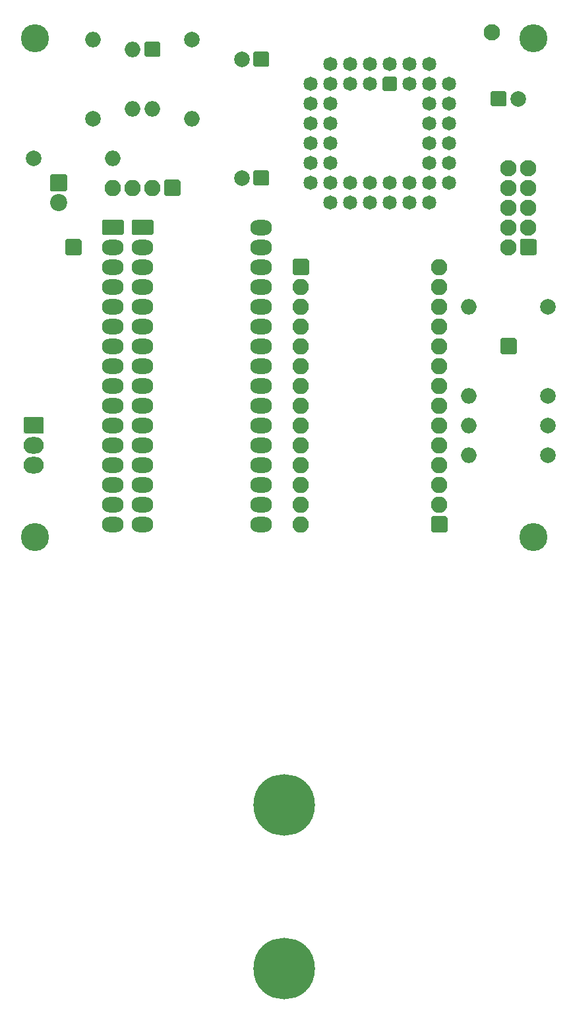
<source format=gbr>
G04 #@! TF.GenerationSoftware,KiCad,Pcbnew,(5.1.7)-1*
G04 #@! TF.CreationDate,2022-08-23T14:15:26-03:00*
G04 #@! TF.ProjectId,Squareboi2,53717561-7265-4626-9f69-322e6b696361,1*
G04 #@! TF.SameCoordinates,Original*
G04 #@! TF.FileFunction,Soldermask,Bot*
G04 #@! TF.FilePolarity,Negative*
%FSLAX46Y46*%
G04 Gerber Fmt 4.6, Leading zero omitted, Abs format (unit mm)*
G04 Created by KiCad (PCBNEW (5.1.7)-1) date 2022-08-23 14:15:26*
%MOMM*%
%LPD*%
G01*
G04 APERTURE LIST*
%ADD10C,7.900000*%
%ADD11O,2.590000X2.140000*%
%ADD12C,2.200000*%
%ADD13O,2.000000X2.000000*%
%ADD14C,2.000000*%
%ADD15C,2.100000*%
%ADD16O,2.100000X2.100000*%
%ADD17O,2.800000X2.000000*%
%ADD18C,1.822400*%
%ADD19C,3.600000*%
%ADD20C,0.100000*%
G04 APERTURE END LIST*
G36*
G01*
X82770000Y-64350000D02*
X82770000Y-62650000D01*
G75*
G02*
X82970000Y-62450000I200000J0D01*
G01*
X84670000Y-62450000D01*
G75*
G02*
X84870000Y-62650000I0J-200000D01*
G01*
X84870000Y-64350000D01*
G75*
G02*
X84670000Y-64550000I-200000J0D01*
G01*
X82970000Y-64550000D01*
G75*
G02*
X82770000Y-64350000I0J200000D01*
G01*
G37*
D10*
X55000000Y-143400000D03*
X55000000Y-122400000D03*
D11*
X22860000Y-78740000D03*
X22860000Y-76200000D03*
G36*
G01*
X21872470Y-72590000D02*
X23847530Y-72590000D01*
G75*
G02*
X24155000Y-72897470I0J-307470D01*
G01*
X24155000Y-74422530D01*
G75*
G02*
X23847530Y-74730000I-307470J0D01*
G01*
X21872470Y-74730000D01*
G75*
G02*
X21565000Y-74422530I0J307470D01*
G01*
X21565000Y-72897470D01*
G75*
G02*
X21872470Y-72590000I307470J0D01*
G01*
G37*
D12*
X26035000Y-45085000D03*
G36*
G01*
X25135000Y-41445000D02*
X26935000Y-41445000D01*
G75*
G02*
X27135000Y-41645000I0J-200000D01*
G01*
X27135000Y-43445000D01*
G75*
G02*
X26935000Y-43645000I-200000J0D01*
G01*
X25135000Y-43645000D01*
G75*
G02*
X24935000Y-43445000I0J200000D01*
G01*
X24935000Y-41645000D01*
G75*
G02*
X25135000Y-41445000I200000J0D01*
G01*
G37*
D13*
X33020000Y-39370000D03*
D14*
X22860000Y-39370000D03*
D13*
X78740000Y-77470000D03*
D14*
X88900000Y-77470000D03*
D13*
X78740000Y-73660000D03*
D14*
X88900000Y-73660000D03*
D13*
X78740000Y-69850000D03*
D14*
X88900000Y-69850000D03*
D13*
X78740000Y-58420000D03*
D14*
X88900000Y-58420000D03*
D13*
X30480000Y-24130000D03*
D14*
X30480000Y-34290000D03*
D13*
X43180000Y-34290000D03*
D14*
X43180000Y-24130000D03*
D13*
X38100000Y-33020000D03*
X35560000Y-25400000D03*
X35560000Y-33020000D03*
G36*
G01*
X37300000Y-24400000D02*
X38900000Y-24400000D01*
G75*
G02*
X39100000Y-24600000I0J-200000D01*
G01*
X39100000Y-26200000D01*
G75*
G02*
X38900000Y-26400000I-200000J0D01*
G01*
X37300000Y-26400000D01*
G75*
G02*
X37100000Y-26200000I0J200000D01*
G01*
X37100000Y-24600000D01*
G75*
G02*
X37300000Y-24400000I200000J0D01*
G01*
G37*
D15*
X83820000Y-40640000D03*
X83820000Y-43180000D03*
X83820000Y-45720000D03*
X83820000Y-48260000D03*
X83820000Y-50800000D03*
X86360000Y-40640000D03*
X86360000Y-43180000D03*
X86360000Y-45720000D03*
X86360000Y-48260000D03*
G36*
G01*
X87410000Y-50058823D02*
X87410000Y-51541177D01*
G75*
G02*
X87101177Y-51850000I-308823J0D01*
G01*
X85618823Y-51850000D01*
G75*
G02*
X85310000Y-51541177I0J308823D01*
G01*
X85310000Y-50058823D01*
G75*
G02*
X85618823Y-49750000I308823J0D01*
G01*
X87101177Y-49750000D01*
G75*
G02*
X87410000Y-50058823I0J-308823D01*
G01*
G37*
D16*
X74930000Y-53340000D03*
X74930000Y-55880000D03*
X74930000Y-58420000D03*
X74930000Y-60960000D03*
X74930000Y-63500000D03*
X74930000Y-66040000D03*
X74930000Y-68580000D03*
X74930000Y-71120000D03*
X74930000Y-73660000D03*
X74930000Y-76200000D03*
X74930000Y-78740000D03*
X74930000Y-81280000D03*
X74930000Y-83820000D03*
G36*
G01*
X75980000Y-85510000D02*
X75980000Y-87210000D01*
G75*
G02*
X75780000Y-87410000I-200000J0D01*
G01*
X74080000Y-87410000D01*
G75*
G02*
X73880000Y-87210000I0J200000D01*
G01*
X73880000Y-85510000D01*
G75*
G02*
X74080000Y-85310000I200000J0D01*
G01*
X75780000Y-85310000D01*
G75*
G02*
X75980000Y-85510000I0J-200000D01*
G01*
G37*
X57150000Y-86360000D03*
X57150000Y-83820000D03*
X57150000Y-81280000D03*
X57150000Y-78740000D03*
X57150000Y-76200000D03*
X57150000Y-73660000D03*
X57150000Y-71120000D03*
X57150000Y-68580000D03*
X57150000Y-66040000D03*
X57150000Y-63500000D03*
X57150000Y-60960000D03*
X57150000Y-58420000D03*
X57150000Y-55880000D03*
G36*
G01*
X56100000Y-54190000D02*
X56100000Y-52490000D01*
G75*
G02*
X56300000Y-52290000I200000J0D01*
G01*
X58000000Y-52290000D01*
G75*
G02*
X58200000Y-52490000I0J-200000D01*
G01*
X58200000Y-54190000D01*
G75*
G02*
X58000000Y-54390000I-200000J0D01*
G01*
X56300000Y-54390000D01*
G75*
G02*
X56100000Y-54190000I0J200000D01*
G01*
G37*
X33020000Y-43180000D03*
X35560000Y-43180000D03*
X38100000Y-43180000D03*
G36*
G01*
X39790000Y-42130000D02*
X41490000Y-42130000D01*
G75*
G02*
X41690000Y-42330000I0J-200000D01*
G01*
X41690000Y-44030000D01*
G75*
G02*
X41490000Y-44230000I-200000J0D01*
G01*
X39790000Y-44230000D01*
G75*
G02*
X39590000Y-44030000I0J200000D01*
G01*
X39590000Y-42330000D01*
G75*
G02*
X39790000Y-42130000I200000J0D01*
G01*
G37*
D17*
X33020000Y-86360000D03*
X33020000Y-83820000D03*
X33020000Y-81280000D03*
X33020000Y-78740000D03*
X33020000Y-76200000D03*
X33020000Y-73660000D03*
X33020000Y-71120000D03*
X33020000Y-68580000D03*
X33020000Y-66040000D03*
X33020000Y-63500000D03*
X33020000Y-60960000D03*
X33020000Y-58420000D03*
X33020000Y-55880000D03*
X33020000Y-53340000D03*
X33020000Y-50800000D03*
G36*
G01*
X31620000Y-49060000D02*
X31620000Y-47460000D01*
G75*
G02*
X31820000Y-47260000I200000J0D01*
G01*
X34220000Y-47260000D01*
G75*
G02*
X34420000Y-47460000I0J-200000D01*
G01*
X34420000Y-49060000D01*
G75*
G02*
X34220000Y-49260000I-200000J0D01*
G01*
X31820000Y-49260000D01*
G75*
G02*
X31620000Y-49060000I0J200000D01*
G01*
G37*
G36*
G01*
X26890000Y-51650000D02*
X26890000Y-49950000D01*
G75*
G02*
X27090000Y-49750000I200000J0D01*
G01*
X28790000Y-49750000D01*
G75*
G02*
X28990000Y-49950000I0J-200000D01*
G01*
X28990000Y-51650000D01*
G75*
G02*
X28790000Y-51850000I-200000J0D01*
G01*
X27090000Y-51850000D01*
G75*
G02*
X26890000Y-51650000I0J200000D01*
G01*
G37*
D14*
X85050000Y-31750000D03*
G36*
G01*
X81550000Y-32550000D02*
X81550000Y-30950000D01*
G75*
G02*
X81750000Y-30750000I200000J0D01*
G01*
X83350000Y-30750000D01*
G75*
G02*
X83550000Y-30950000I0J-200000D01*
G01*
X83550000Y-32550000D01*
G75*
G02*
X83350000Y-32750000I-200000J0D01*
G01*
X81750000Y-32750000D01*
G75*
G02*
X81550000Y-32550000I0J200000D01*
G01*
G37*
D15*
X81661000Y-23241000D03*
D17*
X52070000Y-48260000D03*
X36830000Y-86360000D03*
X52070000Y-50800000D03*
X36830000Y-83820000D03*
X52070000Y-53340000D03*
X36830000Y-81280000D03*
X52070000Y-55880000D03*
X36830000Y-78740000D03*
X52070000Y-58420000D03*
X36830000Y-76200000D03*
X52070000Y-60960000D03*
X36830000Y-73660000D03*
X52070000Y-63500000D03*
X36830000Y-71120000D03*
X52070000Y-66040000D03*
X36830000Y-68580000D03*
X52070000Y-68580000D03*
X36830000Y-66040000D03*
X52070000Y-71120000D03*
X36830000Y-63500000D03*
X52070000Y-73660000D03*
X36830000Y-60960000D03*
X52070000Y-76200000D03*
X36830000Y-58420000D03*
X52070000Y-78740000D03*
X36830000Y-55880000D03*
X52070000Y-81280000D03*
X36830000Y-53340000D03*
X52070000Y-83820000D03*
X36830000Y-50800000D03*
X52070000Y-86360000D03*
G36*
G01*
X35430000Y-49060000D02*
X35430000Y-47460000D01*
G75*
G02*
X35630000Y-47260000I200000J0D01*
G01*
X38030000Y-47260000D01*
G75*
G02*
X38230000Y-47460000I0J-200000D01*
G01*
X38230000Y-49060000D01*
G75*
G02*
X38030000Y-49260000I-200000J0D01*
G01*
X35630000Y-49260000D01*
G75*
G02*
X35430000Y-49060000I0J200000D01*
G01*
G37*
D18*
X76200000Y-29845000D03*
X76200000Y-32385000D03*
X76200000Y-34925000D03*
X76200000Y-37465000D03*
X76200000Y-40005000D03*
X73660000Y-27305000D03*
X73660000Y-32385000D03*
X73660000Y-34925000D03*
X73660000Y-37465000D03*
X73660000Y-40005000D03*
X73660000Y-42545000D03*
X73660000Y-45085000D03*
X71120000Y-45085000D03*
X68580000Y-45085000D03*
X66040000Y-45085000D03*
X63500000Y-45085000D03*
X60960000Y-45085000D03*
X76200000Y-42545000D03*
X71120000Y-42545000D03*
X68580000Y-42545000D03*
X66040000Y-42545000D03*
X63500000Y-42545000D03*
X60960000Y-42545000D03*
X58420000Y-42545000D03*
X58420000Y-40005000D03*
X58420000Y-37465000D03*
X58420000Y-34925000D03*
X58420000Y-32385000D03*
X58420000Y-29845000D03*
X60960000Y-40005000D03*
X60960000Y-37465000D03*
X60960000Y-34925000D03*
X60960000Y-32385000D03*
X60960000Y-29845000D03*
X71120000Y-27305000D03*
X68580000Y-27305000D03*
X60960000Y-27305000D03*
X63500000Y-27305000D03*
X66040000Y-27305000D03*
X73660000Y-29845000D03*
X71120000Y-29845000D03*
X63500000Y-29845000D03*
X66040000Y-29845000D03*
G36*
G01*
X67668800Y-30556200D02*
X67668800Y-29133800D01*
G75*
G02*
X67868800Y-28933800I200000J0D01*
G01*
X69291200Y-28933800D01*
G75*
G02*
X69491200Y-29133800I0J-200000D01*
G01*
X69491200Y-30556200D01*
G75*
G02*
X69291200Y-30756200I-200000J0D01*
G01*
X67868800Y-30756200D01*
G75*
G02*
X67668800Y-30556200I0J200000D01*
G01*
G37*
D19*
X87000000Y-24000000D03*
X23000000Y-24000000D03*
X23000000Y-88000000D03*
X87000000Y-88000000D03*
D14*
X49570000Y-41910000D03*
G36*
G01*
X53070000Y-41110000D02*
X53070000Y-42710000D01*
G75*
G02*
X52870000Y-42910000I-200000J0D01*
G01*
X51270000Y-42910000D01*
G75*
G02*
X51070000Y-42710000I0J200000D01*
G01*
X51070000Y-41110000D01*
G75*
G02*
X51270000Y-40910000I200000J0D01*
G01*
X52870000Y-40910000D01*
G75*
G02*
X53070000Y-41110000I0J-200000D01*
G01*
G37*
X49570000Y-26670000D03*
G36*
G01*
X53070000Y-25870000D02*
X53070000Y-27470000D01*
G75*
G02*
X52870000Y-27670000I-200000J0D01*
G01*
X51270000Y-27670000D01*
G75*
G02*
X51070000Y-27470000I0J200000D01*
G01*
X51070000Y-25870000D01*
G75*
G02*
X51270000Y-25670000I200000J0D01*
G01*
X52870000Y-25670000D01*
G75*
G02*
X53070000Y-25870000I0J-200000D01*
G01*
G37*
D20*
G36*
X21566990Y-74422334D02*
G01*
X21572878Y-74482119D01*
X21590262Y-74539425D01*
X21618489Y-74592235D01*
X21656477Y-74638523D01*
X21702765Y-74676511D01*
X21755575Y-74704738D01*
X21812881Y-74722122D01*
X21872666Y-74728010D01*
X21874292Y-74729175D01*
X21874096Y-74731165D01*
X21872470Y-74732000D01*
X21789530Y-74732000D01*
X21789334Y-74731990D01*
X21740705Y-74727201D01*
X21740320Y-74727125D01*
X21699468Y-74714732D01*
X21699106Y-74714582D01*
X21661450Y-74694455D01*
X21661124Y-74694237D01*
X21628123Y-74667154D01*
X21627846Y-74666877D01*
X21600763Y-74633876D01*
X21600545Y-74633550D01*
X21580418Y-74595894D01*
X21580268Y-74595532D01*
X21567875Y-74554680D01*
X21567799Y-74554295D01*
X21563010Y-74505666D01*
X21563000Y-74505470D01*
X21563000Y-74422530D01*
X21564000Y-74420798D01*
X21566000Y-74420798D01*
X21566990Y-74422334D01*
G37*
G36*
X24156165Y-74420904D02*
G01*
X24157000Y-74422530D01*
X24157000Y-74505470D01*
X24156990Y-74505666D01*
X24152201Y-74554295D01*
X24152125Y-74554680D01*
X24139732Y-74595532D01*
X24139582Y-74595894D01*
X24119455Y-74633550D01*
X24119237Y-74633876D01*
X24092154Y-74666877D01*
X24091877Y-74667154D01*
X24058876Y-74694237D01*
X24058550Y-74694455D01*
X24020894Y-74714582D01*
X24020532Y-74714732D01*
X23979680Y-74727125D01*
X23979295Y-74727201D01*
X23930666Y-74731990D01*
X23930470Y-74732000D01*
X23847530Y-74732000D01*
X23845798Y-74731000D01*
X23845798Y-74729000D01*
X23847334Y-74728010D01*
X23907119Y-74722122D01*
X23964425Y-74704738D01*
X24017235Y-74676511D01*
X24063523Y-74638523D01*
X24101511Y-74592235D01*
X24129738Y-74539425D01*
X24147122Y-74482119D01*
X24153010Y-74422334D01*
X24154175Y-74420708D01*
X24156165Y-74420904D01*
G37*
G36*
X21874202Y-72589000D02*
G01*
X21874202Y-72591000D01*
X21872666Y-72591990D01*
X21812881Y-72597878D01*
X21755575Y-72615262D01*
X21702765Y-72643489D01*
X21656477Y-72681477D01*
X21618489Y-72727765D01*
X21590262Y-72780575D01*
X21572878Y-72837881D01*
X21566990Y-72897666D01*
X21565825Y-72899292D01*
X21563835Y-72899096D01*
X21563000Y-72897470D01*
X21563000Y-72814530D01*
X21563010Y-72814334D01*
X21567799Y-72765705D01*
X21567875Y-72765320D01*
X21580268Y-72724468D01*
X21580418Y-72724106D01*
X21600545Y-72686450D01*
X21600763Y-72686124D01*
X21627846Y-72653123D01*
X21628123Y-72652846D01*
X21661124Y-72625763D01*
X21661450Y-72625545D01*
X21699106Y-72605418D01*
X21699468Y-72605268D01*
X21740320Y-72592875D01*
X21740705Y-72592799D01*
X21789334Y-72588010D01*
X21789530Y-72588000D01*
X21872470Y-72588000D01*
X21874202Y-72589000D01*
G37*
G36*
X23930666Y-72588010D02*
G01*
X23979295Y-72592799D01*
X23979680Y-72592875D01*
X24020532Y-72605268D01*
X24020894Y-72605418D01*
X24058550Y-72625545D01*
X24058876Y-72625763D01*
X24091877Y-72652846D01*
X24092154Y-72653123D01*
X24119237Y-72686124D01*
X24119455Y-72686450D01*
X24139582Y-72724106D01*
X24139732Y-72724468D01*
X24152125Y-72765320D01*
X24152201Y-72765705D01*
X24156990Y-72814334D01*
X24157000Y-72814530D01*
X24157000Y-72897470D01*
X24156000Y-72899202D01*
X24154000Y-72899202D01*
X24153010Y-72897666D01*
X24147122Y-72837881D01*
X24129738Y-72780575D01*
X24101511Y-72727765D01*
X24063523Y-72681477D01*
X24017235Y-72643489D01*
X23964425Y-72615262D01*
X23907119Y-72597878D01*
X23847334Y-72591990D01*
X23845708Y-72590825D01*
X23845904Y-72588835D01*
X23847530Y-72588000D01*
X23930470Y-72588000D01*
X23930666Y-72588010D01*
G37*
G36*
X85311990Y-51540981D02*
G01*
X85317904Y-51601030D01*
X85335365Y-51658589D01*
X85363717Y-51711634D01*
X85401873Y-51758127D01*
X85448366Y-51796283D01*
X85501411Y-51824635D01*
X85558970Y-51842096D01*
X85619019Y-51848010D01*
X85620645Y-51849175D01*
X85620449Y-51851165D01*
X85618823Y-51852000D01*
X85536726Y-51852000D01*
X85536530Y-51851990D01*
X85487474Y-51847159D01*
X85487089Y-51847083D01*
X85445824Y-51834565D01*
X85445462Y-51834415D01*
X85407430Y-51814086D01*
X85407104Y-51813868D01*
X85373767Y-51786510D01*
X85373490Y-51786233D01*
X85346132Y-51752896D01*
X85345914Y-51752570D01*
X85325585Y-51714538D01*
X85325435Y-51714176D01*
X85312917Y-51672911D01*
X85312841Y-51672526D01*
X85308010Y-51623470D01*
X85308000Y-51623274D01*
X85308000Y-51541177D01*
X85309000Y-51539445D01*
X85311000Y-51539445D01*
X85311990Y-51540981D01*
G37*
G36*
X87411165Y-51539551D02*
G01*
X87412000Y-51541177D01*
X87412000Y-51623274D01*
X87411990Y-51623470D01*
X87407159Y-51672526D01*
X87407083Y-51672911D01*
X87394565Y-51714176D01*
X87394415Y-51714538D01*
X87374086Y-51752570D01*
X87373868Y-51752896D01*
X87346510Y-51786233D01*
X87346233Y-51786510D01*
X87312896Y-51813868D01*
X87312570Y-51814086D01*
X87274538Y-51834415D01*
X87274176Y-51834565D01*
X87232911Y-51847083D01*
X87232526Y-51847159D01*
X87183470Y-51851990D01*
X87183274Y-51852000D01*
X87101177Y-51852000D01*
X87099445Y-51851000D01*
X87099445Y-51849000D01*
X87100981Y-51848010D01*
X87161030Y-51842096D01*
X87218589Y-51824635D01*
X87271634Y-51796283D01*
X87318127Y-51758127D01*
X87356283Y-51711634D01*
X87384635Y-51658589D01*
X87402096Y-51601030D01*
X87408010Y-51540981D01*
X87409175Y-51539355D01*
X87411165Y-51539551D01*
G37*
G36*
X85620555Y-49749000D02*
G01*
X85620555Y-49751000D01*
X85619019Y-49751990D01*
X85558970Y-49757904D01*
X85501411Y-49775365D01*
X85448366Y-49803717D01*
X85401873Y-49841873D01*
X85363717Y-49888366D01*
X85335365Y-49941411D01*
X85317904Y-49998970D01*
X85311990Y-50059019D01*
X85310825Y-50060645D01*
X85308835Y-50060449D01*
X85308000Y-50058823D01*
X85308000Y-49976726D01*
X85308010Y-49976530D01*
X85312841Y-49927474D01*
X85312917Y-49927089D01*
X85325435Y-49885824D01*
X85325585Y-49885462D01*
X85345914Y-49847430D01*
X85346132Y-49847104D01*
X85373490Y-49813767D01*
X85373767Y-49813490D01*
X85407104Y-49786132D01*
X85407430Y-49785914D01*
X85445462Y-49765585D01*
X85445824Y-49765435D01*
X85487089Y-49752917D01*
X85487474Y-49752841D01*
X85536530Y-49748010D01*
X85536726Y-49748000D01*
X85618823Y-49748000D01*
X85620555Y-49749000D01*
G37*
G36*
X87183470Y-49748010D02*
G01*
X87232526Y-49752841D01*
X87232911Y-49752917D01*
X87274176Y-49765435D01*
X87274538Y-49765585D01*
X87312570Y-49785914D01*
X87312896Y-49786132D01*
X87346233Y-49813490D01*
X87346510Y-49813767D01*
X87373868Y-49847104D01*
X87374086Y-49847430D01*
X87394415Y-49885462D01*
X87394565Y-49885824D01*
X87407083Y-49927089D01*
X87407159Y-49927474D01*
X87411990Y-49976530D01*
X87412000Y-49976726D01*
X87412000Y-50058823D01*
X87411000Y-50060555D01*
X87409000Y-50060555D01*
X87408010Y-50059019D01*
X87402096Y-49998970D01*
X87384635Y-49941411D01*
X87356283Y-49888366D01*
X87318127Y-49841873D01*
X87271634Y-49803717D01*
X87218589Y-49775365D01*
X87161030Y-49757904D01*
X87100981Y-49751990D01*
X87099355Y-49750825D01*
X87099551Y-49748835D01*
X87101177Y-49748000D01*
X87183274Y-49748000D01*
X87183470Y-49748010D01*
G37*
M02*

</source>
